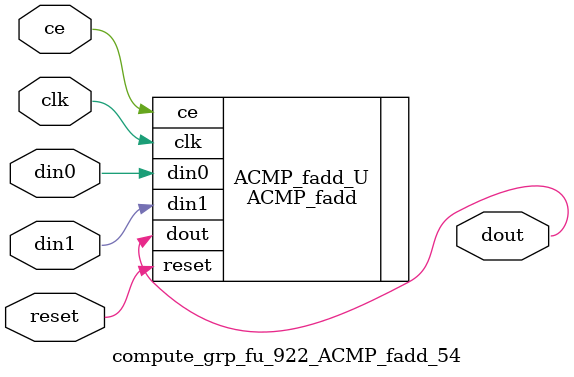
<source format=v>

`timescale 1 ns / 1 ps
module compute_grp_fu_922_ACMP_fadd_54(
    clk,
    reset,
    ce,
    din0,
    din1,
    dout);

parameter ID = 32'd1;
parameter NUM_STAGE = 32'd1;
parameter din0_WIDTH = 32'd1;
parameter din1_WIDTH = 32'd1;
parameter dout_WIDTH = 32'd1;
input clk;
input reset;
input ce;
input[din0_WIDTH - 1:0] din0;
input[din1_WIDTH - 1:0] din1;
output[dout_WIDTH - 1:0] dout;



ACMP_fadd #(
.ID( ID ),
.NUM_STAGE( 4 ),
.din0_WIDTH( din0_WIDTH ),
.din1_WIDTH( din1_WIDTH ),
.dout_WIDTH( dout_WIDTH ))
ACMP_fadd_U(
    .clk( clk ),
    .reset( reset ),
    .ce( ce ),
    .din0( din0 ),
    .din1( din1 ),
    .dout( dout ));

endmodule

</source>
